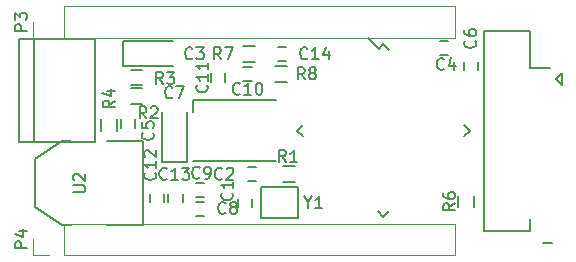
<source format=gbr>
G04 #@! TF.FileFunction,Legend,Top*
%FSLAX46Y46*%
G04 Gerber Fmt 4.6, Leading zero omitted, Abs format (unit mm)*
G04 Created by KiCad (PCBNEW 4.0.7-e2-6376~61~ubuntu18.04.1) date Sun Sep 30 15:28:24 2018*
%MOMM*%
%LPD*%
G01*
G04 APERTURE LIST*
%ADD10C,0.100000*%
%ADD11C,0.150000*%
%ADD12C,0.120000*%
G04 APERTURE END LIST*
D10*
D11*
X93119048Y-69971429D02*
X93880953Y-69971429D01*
X79600000Y-53181445D02*
X79193414Y-53588031D01*
X86918555Y-60500000D02*
X86441258Y-60977297D01*
X79600000Y-67818555D02*
X80077297Y-67341258D01*
X72281445Y-60500000D02*
X72758742Y-60022703D01*
X79600000Y-53181445D02*
X80077297Y-53658742D01*
X72281445Y-60500000D02*
X72758742Y-60977297D01*
X79600000Y-67818555D02*
X79122703Y-67341258D01*
X86918555Y-60500000D02*
X86441258Y-60022703D01*
X79193414Y-53588031D02*
X78291852Y-52686470D01*
X48782540Y-52749100D02*
X48782540Y-61449100D01*
X55187540Y-52749100D02*
X55187540Y-61449100D01*
X55187540Y-61449100D02*
X48782540Y-61449100D01*
X50012540Y-61449100D02*
X50012540Y-52749100D01*
X48782540Y-52749100D02*
X55187540Y-52749100D01*
X70500000Y-63100000D02*
X63500000Y-63100000D01*
X70500000Y-57900000D02*
X63500000Y-57900000D01*
X63500000Y-57900000D02*
X63500000Y-58900000D01*
X93700000Y-55225000D02*
X92000000Y-55225000D01*
X92000000Y-55225000D02*
X92000000Y-52025000D01*
X92000000Y-52025000D02*
X88100000Y-52025000D01*
X88100000Y-52025000D02*
X88100000Y-68975000D01*
X88100000Y-68975000D02*
X92000000Y-68975000D01*
X92000000Y-68975000D02*
X92000000Y-67975000D01*
X94200000Y-56125000D02*
X94700000Y-55625000D01*
X94700000Y-55625000D02*
X94700000Y-56625000D01*
X94700000Y-56625000D02*
X94200000Y-56125000D01*
X56174000Y-68506000D02*
X59222000Y-68506000D01*
X59222000Y-68506000D02*
X59222000Y-61394000D01*
X59222000Y-61394000D02*
X56174000Y-61394000D01*
X53126000Y-68506000D02*
X52364000Y-68506000D01*
X52364000Y-68506000D02*
X50078000Y-66982000D01*
X50078000Y-66982000D02*
X50078000Y-62918000D01*
X50078000Y-62918000D02*
X52364000Y-61394000D01*
X52364000Y-61394000D02*
X53126000Y-61394000D01*
X67300000Y-66950000D02*
X67300000Y-66250000D01*
X68500000Y-66250000D02*
X68500000Y-66950000D01*
X68850000Y-64800000D02*
X68150000Y-64800000D01*
X68150000Y-63600000D02*
X68850000Y-63600000D01*
X57550000Y-52950000D02*
X61800000Y-52950000D01*
X57550000Y-55050000D02*
X61800000Y-55050000D01*
X57550000Y-52950000D02*
X57550000Y-55050000D01*
X85050000Y-54100000D02*
X84350000Y-54100000D01*
X84350000Y-52900000D02*
X85050000Y-52900000D01*
X58600000Y-59550000D02*
X58600000Y-60250000D01*
X57400000Y-60250000D02*
X57400000Y-59550000D01*
X87600000Y-54650000D02*
X87600000Y-55350000D01*
X86400000Y-55350000D02*
X86400000Y-54650000D01*
X60850000Y-63150000D02*
X60850000Y-58900000D01*
X62950000Y-63150000D02*
X62950000Y-58900000D01*
X60850000Y-63150000D02*
X62950000Y-63150000D01*
X63750000Y-66500000D02*
X64450000Y-66500000D01*
X64450000Y-67700000D02*
X63750000Y-67700000D01*
X64450000Y-66100000D02*
X63750000Y-66100000D01*
X63750000Y-64900000D02*
X64450000Y-64900000D01*
X67750000Y-55100000D02*
X68450000Y-55100000D01*
X68450000Y-56300000D02*
X67750000Y-56300000D01*
X65000000Y-56350000D02*
X65000000Y-55650000D01*
X66200000Y-55650000D02*
X66200000Y-56350000D01*
X61000000Y-65850000D02*
X61000000Y-66550000D01*
X59800000Y-66550000D02*
X59800000Y-65850000D01*
X62600000Y-65850000D02*
X62600000Y-66550000D01*
X61400000Y-66550000D02*
X61400000Y-65850000D01*
X70650000Y-53400000D02*
X71350000Y-53400000D01*
X71350000Y-54600000D02*
X70650000Y-54600000D01*
X72100000Y-64875000D02*
X71100000Y-64875000D01*
X71100000Y-63525000D02*
X72100000Y-63525000D01*
X58200000Y-56925000D02*
X59200000Y-56925000D01*
X59200000Y-58275000D02*
X58200000Y-58275000D01*
X58200000Y-55325000D02*
X59200000Y-55325000D01*
X59200000Y-56675000D02*
X58200000Y-56675000D01*
X55725000Y-60500000D02*
X55725000Y-59500000D01*
X57075000Y-59500000D02*
X57075000Y-60500000D01*
X87275000Y-66000000D02*
X87275000Y-67000000D01*
X85925000Y-67000000D02*
X85925000Y-66000000D01*
X68700000Y-54675000D02*
X67700000Y-54675000D01*
X67700000Y-53325000D02*
X68700000Y-53325000D01*
X71400000Y-56375000D02*
X70400000Y-56375000D01*
X70400000Y-55025000D02*
X71400000Y-55025000D01*
X72400000Y-67900000D02*
X69200000Y-67900000D01*
X69200000Y-67900000D02*
X69200000Y-65300000D01*
X69200000Y-65300000D02*
X72400000Y-65300000D01*
X72400000Y-65300000D02*
X72400000Y-67900000D01*
D12*
X85650000Y-52630000D02*
X85650000Y-49970000D01*
X52570000Y-52630000D02*
X85650000Y-52630000D01*
X52570000Y-49970000D02*
X85650000Y-49970000D01*
X52570000Y-52630000D02*
X52570000Y-49970000D01*
X51300000Y-52630000D02*
X49970000Y-52630000D01*
X49970000Y-52630000D02*
X49970000Y-51300000D01*
X85650000Y-71030000D02*
X85650000Y-68370000D01*
X52570000Y-71030000D02*
X85650000Y-71030000D01*
X52570000Y-68370000D02*
X85650000Y-68370000D01*
X52570000Y-71030000D02*
X52570000Y-68370000D01*
X51300000Y-71030000D02*
X49970000Y-71030000D01*
X49970000Y-71030000D02*
X49970000Y-69700000D01*
D11*
X53340381Y-65711905D02*
X54149905Y-65711905D01*
X54245143Y-65664286D01*
X54292762Y-65616667D01*
X54340381Y-65521429D01*
X54340381Y-65330952D01*
X54292762Y-65235714D01*
X54245143Y-65188095D01*
X54149905Y-65140476D01*
X53340381Y-65140476D01*
X53435619Y-64711905D02*
X53388000Y-64664286D01*
X53340381Y-64569048D01*
X53340381Y-64330952D01*
X53388000Y-64235714D01*
X53435619Y-64188095D01*
X53530857Y-64140476D01*
X53626095Y-64140476D01*
X53768952Y-64188095D01*
X54340381Y-64759524D01*
X54340381Y-64140476D01*
X66757143Y-65766666D02*
X66804762Y-65814285D01*
X66852381Y-65957142D01*
X66852381Y-66052380D01*
X66804762Y-66195238D01*
X66709524Y-66290476D01*
X66614286Y-66338095D01*
X66423810Y-66385714D01*
X66280952Y-66385714D01*
X66090476Y-66338095D01*
X65995238Y-66290476D01*
X65900000Y-66195238D01*
X65852381Y-66052380D01*
X65852381Y-65957142D01*
X65900000Y-65814285D01*
X65947619Y-65766666D01*
X66852381Y-64814285D02*
X66852381Y-65385714D01*
X66852381Y-65100000D02*
X65852381Y-65100000D01*
X65995238Y-65195238D01*
X66090476Y-65290476D01*
X66138095Y-65385714D01*
X65933334Y-64557143D02*
X65885715Y-64604762D01*
X65742858Y-64652381D01*
X65647620Y-64652381D01*
X65504762Y-64604762D01*
X65409524Y-64509524D01*
X65361905Y-64414286D01*
X65314286Y-64223810D01*
X65314286Y-64080952D01*
X65361905Y-63890476D01*
X65409524Y-63795238D01*
X65504762Y-63700000D01*
X65647620Y-63652381D01*
X65742858Y-63652381D01*
X65885715Y-63700000D01*
X65933334Y-63747619D01*
X66314286Y-63747619D02*
X66361905Y-63700000D01*
X66457143Y-63652381D01*
X66695239Y-63652381D01*
X66790477Y-63700000D01*
X66838096Y-63747619D01*
X66885715Y-63842857D01*
X66885715Y-63938095D01*
X66838096Y-64080952D01*
X66266667Y-64652381D01*
X66885715Y-64652381D01*
X63433334Y-54357143D02*
X63385715Y-54404762D01*
X63242858Y-54452381D01*
X63147620Y-54452381D01*
X63004762Y-54404762D01*
X62909524Y-54309524D01*
X62861905Y-54214286D01*
X62814286Y-54023810D01*
X62814286Y-53880952D01*
X62861905Y-53690476D01*
X62909524Y-53595238D01*
X63004762Y-53500000D01*
X63147620Y-53452381D01*
X63242858Y-53452381D01*
X63385715Y-53500000D01*
X63433334Y-53547619D01*
X63766667Y-53452381D02*
X64385715Y-53452381D01*
X64052381Y-53833333D01*
X64195239Y-53833333D01*
X64290477Y-53880952D01*
X64338096Y-53928571D01*
X64385715Y-54023810D01*
X64385715Y-54261905D01*
X64338096Y-54357143D01*
X64290477Y-54404762D01*
X64195239Y-54452381D01*
X63909524Y-54452381D01*
X63814286Y-54404762D01*
X63766667Y-54357143D01*
X84733334Y-55257143D02*
X84685715Y-55304762D01*
X84542858Y-55352381D01*
X84447620Y-55352381D01*
X84304762Y-55304762D01*
X84209524Y-55209524D01*
X84161905Y-55114286D01*
X84114286Y-54923810D01*
X84114286Y-54780952D01*
X84161905Y-54590476D01*
X84209524Y-54495238D01*
X84304762Y-54400000D01*
X84447620Y-54352381D01*
X84542858Y-54352381D01*
X84685715Y-54400000D01*
X84733334Y-54447619D01*
X85590477Y-54685714D02*
X85590477Y-55352381D01*
X85352381Y-54304762D02*
X85114286Y-55019048D01*
X85733334Y-55019048D01*
X60057143Y-60666666D02*
X60104762Y-60714285D01*
X60152381Y-60857142D01*
X60152381Y-60952380D01*
X60104762Y-61095238D01*
X60009524Y-61190476D01*
X59914286Y-61238095D01*
X59723810Y-61285714D01*
X59580952Y-61285714D01*
X59390476Y-61238095D01*
X59295238Y-61190476D01*
X59200000Y-61095238D01*
X59152381Y-60952380D01*
X59152381Y-60857142D01*
X59200000Y-60714285D01*
X59247619Y-60666666D01*
X59152381Y-59761904D02*
X59152381Y-60238095D01*
X59628571Y-60285714D01*
X59580952Y-60238095D01*
X59533333Y-60142857D01*
X59533333Y-59904761D01*
X59580952Y-59809523D01*
X59628571Y-59761904D01*
X59723810Y-59714285D01*
X59961905Y-59714285D01*
X60057143Y-59761904D01*
X60104762Y-59809523D01*
X60152381Y-59904761D01*
X60152381Y-60142857D01*
X60104762Y-60238095D01*
X60057143Y-60285714D01*
X87357143Y-52866666D02*
X87404762Y-52914285D01*
X87452381Y-53057142D01*
X87452381Y-53152380D01*
X87404762Y-53295238D01*
X87309524Y-53390476D01*
X87214286Y-53438095D01*
X87023810Y-53485714D01*
X86880952Y-53485714D01*
X86690476Y-53438095D01*
X86595238Y-53390476D01*
X86500000Y-53295238D01*
X86452381Y-53152380D01*
X86452381Y-53057142D01*
X86500000Y-52914285D01*
X86547619Y-52866666D01*
X86452381Y-52009523D02*
X86452381Y-52200000D01*
X86500000Y-52295238D01*
X86547619Y-52342857D01*
X86690476Y-52438095D01*
X86880952Y-52485714D01*
X87261905Y-52485714D01*
X87357143Y-52438095D01*
X87404762Y-52390476D01*
X87452381Y-52295238D01*
X87452381Y-52104761D01*
X87404762Y-52009523D01*
X87357143Y-51961904D01*
X87261905Y-51914285D01*
X87023810Y-51914285D01*
X86928571Y-51961904D01*
X86880952Y-52009523D01*
X86833333Y-52104761D01*
X86833333Y-52295238D01*
X86880952Y-52390476D01*
X86928571Y-52438095D01*
X87023810Y-52485714D01*
X61733334Y-57657143D02*
X61685715Y-57704762D01*
X61542858Y-57752381D01*
X61447620Y-57752381D01*
X61304762Y-57704762D01*
X61209524Y-57609524D01*
X61161905Y-57514286D01*
X61114286Y-57323810D01*
X61114286Y-57180952D01*
X61161905Y-56990476D01*
X61209524Y-56895238D01*
X61304762Y-56800000D01*
X61447620Y-56752381D01*
X61542858Y-56752381D01*
X61685715Y-56800000D01*
X61733334Y-56847619D01*
X62066667Y-56752381D02*
X62733334Y-56752381D01*
X62304762Y-57752381D01*
X66233334Y-67457143D02*
X66185715Y-67504762D01*
X66042858Y-67552381D01*
X65947620Y-67552381D01*
X65804762Y-67504762D01*
X65709524Y-67409524D01*
X65661905Y-67314286D01*
X65614286Y-67123810D01*
X65614286Y-66980952D01*
X65661905Y-66790476D01*
X65709524Y-66695238D01*
X65804762Y-66600000D01*
X65947620Y-66552381D01*
X66042858Y-66552381D01*
X66185715Y-66600000D01*
X66233334Y-66647619D01*
X66804762Y-66980952D02*
X66709524Y-66933333D01*
X66661905Y-66885714D01*
X66614286Y-66790476D01*
X66614286Y-66742857D01*
X66661905Y-66647619D01*
X66709524Y-66600000D01*
X66804762Y-66552381D01*
X66995239Y-66552381D01*
X67090477Y-66600000D01*
X67138096Y-66647619D01*
X67185715Y-66742857D01*
X67185715Y-66790476D01*
X67138096Y-66885714D01*
X67090477Y-66933333D01*
X66995239Y-66980952D01*
X66804762Y-66980952D01*
X66709524Y-67028571D01*
X66661905Y-67076190D01*
X66614286Y-67171429D01*
X66614286Y-67361905D01*
X66661905Y-67457143D01*
X66709524Y-67504762D01*
X66804762Y-67552381D01*
X66995239Y-67552381D01*
X67090477Y-67504762D01*
X67138096Y-67457143D01*
X67185715Y-67361905D01*
X67185715Y-67171429D01*
X67138096Y-67076190D01*
X67090477Y-67028571D01*
X66995239Y-66980952D01*
X64033334Y-64457143D02*
X63985715Y-64504762D01*
X63842858Y-64552381D01*
X63747620Y-64552381D01*
X63604762Y-64504762D01*
X63509524Y-64409524D01*
X63461905Y-64314286D01*
X63414286Y-64123810D01*
X63414286Y-63980952D01*
X63461905Y-63790476D01*
X63509524Y-63695238D01*
X63604762Y-63600000D01*
X63747620Y-63552381D01*
X63842858Y-63552381D01*
X63985715Y-63600000D01*
X64033334Y-63647619D01*
X64509524Y-64552381D02*
X64700000Y-64552381D01*
X64795239Y-64504762D01*
X64842858Y-64457143D01*
X64938096Y-64314286D01*
X64985715Y-64123810D01*
X64985715Y-63742857D01*
X64938096Y-63647619D01*
X64890477Y-63600000D01*
X64795239Y-63552381D01*
X64604762Y-63552381D01*
X64509524Y-63600000D01*
X64461905Y-63647619D01*
X64414286Y-63742857D01*
X64414286Y-63980952D01*
X64461905Y-64076190D01*
X64509524Y-64123810D01*
X64604762Y-64171429D01*
X64795239Y-64171429D01*
X64890477Y-64123810D01*
X64938096Y-64076190D01*
X64985715Y-63980952D01*
X67457143Y-57357143D02*
X67409524Y-57404762D01*
X67266667Y-57452381D01*
X67171429Y-57452381D01*
X67028571Y-57404762D01*
X66933333Y-57309524D01*
X66885714Y-57214286D01*
X66838095Y-57023810D01*
X66838095Y-56880952D01*
X66885714Y-56690476D01*
X66933333Y-56595238D01*
X67028571Y-56500000D01*
X67171429Y-56452381D01*
X67266667Y-56452381D01*
X67409524Y-56500000D01*
X67457143Y-56547619D01*
X68409524Y-57452381D02*
X67838095Y-57452381D01*
X68123809Y-57452381D02*
X68123809Y-56452381D01*
X68028571Y-56595238D01*
X67933333Y-56690476D01*
X67838095Y-56738095D01*
X69028571Y-56452381D02*
X69123810Y-56452381D01*
X69219048Y-56500000D01*
X69266667Y-56547619D01*
X69314286Y-56642857D01*
X69361905Y-56833333D01*
X69361905Y-57071429D01*
X69314286Y-57261905D01*
X69266667Y-57357143D01*
X69219048Y-57404762D01*
X69123810Y-57452381D01*
X69028571Y-57452381D01*
X68933333Y-57404762D01*
X68885714Y-57357143D01*
X68838095Y-57261905D01*
X68790476Y-57071429D01*
X68790476Y-56833333D01*
X68838095Y-56642857D01*
X68885714Y-56547619D01*
X68933333Y-56500000D01*
X69028571Y-56452381D01*
X64657143Y-56642857D02*
X64704762Y-56690476D01*
X64752381Y-56833333D01*
X64752381Y-56928571D01*
X64704762Y-57071429D01*
X64609524Y-57166667D01*
X64514286Y-57214286D01*
X64323810Y-57261905D01*
X64180952Y-57261905D01*
X63990476Y-57214286D01*
X63895238Y-57166667D01*
X63800000Y-57071429D01*
X63752381Y-56928571D01*
X63752381Y-56833333D01*
X63800000Y-56690476D01*
X63847619Y-56642857D01*
X64752381Y-55690476D02*
X64752381Y-56261905D01*
X64752381Y-55976191D02*
X63752381Y-55976191D01*
X63895238Y-56071429D01*
X63990476Y-56166667D01*
X64038095Y-56261905D01*
X64752381Y-54738095D02*
X64752381Y-55309524D01*
X64752381Y-55023810D02*
X63752381Y-55023810D01*
X63895238Y-55119048D01*
X63990476Y-55214286D01*
X64038095Y-55309524D01*
X60257143Y-64042857D02*
X60304762Y-64090476D01*
X60352381Y-64233333D01*
X60352381Y-64328571D01*
X60304762Y-64471429D01*
X60209524Y-64566667D01*
X60114286Y-64614286D01*
X59923810Y-64661905D01*
X59780952Y-64661905D01*
X59590476Y-64614286D01*
X59495238Y-64566667D01*
X59400000Y-64471429D01*
X59352381Y-64328571D01*
X59352381Y-64233333D01*
X59400000Y-64090476D01*
X59447619Y-64042857D01*
X60352381Y-63090476D02*
X60352381Y-63661905D01*
X60352381Y-63376191D02*
X59352381Y-63376191D01*
X59495238Y-63471429D01*
X59590476Y-63566667D01*
X59638095Y-63661905D01*
X59447619Y-62709524D02*
X59400000Y-62661905D01*
X59352381Y-62566667D01*
X59352381Y-62328571D01*
X59400000Y-62233333D01*
X59447619Y-62185714D01*
X59542857Y-62138095D01*
X59638095Y-62138095D01*
X59780952Y-62185714D01*
X60352381Y-62757143D01*
X60352381Y-62138095D01*
X61257143Y-64557143D02*
X61209524Y-64604762D01*
X61066667Y-64652381D01*
X60971429Y-64652381D01*
X60828571Y-64604762D01*
X60733333Y-64509524D01*
X60685714Y-64414286D01*
X60638095Y-64223810D01*
X60638095Y-64080952D01*
X60685714Y-63890476D01*
X60733333Y-63795238D01*
X60828571Y-63700000D01*
X60971429Y-63652381D01*
X61066667Y-63652381D01*
X61209524Y-63700000D01*
X61257143Y-63747619D01*
X62209524Y-64652381D02*
X61638095Y-64652381D01*
X61923809Y-64652381D02*
X61923809Y-63652381D01*
X61828571Y-63795238D01*
X61733333Y-63890476D01*
X61638095Y-63938095D01*
X62542857Y-63652381D02*
X63161905Y-63652381D01*
X62828571Y-64033333D01*
X62971429Y-64033333D01*
X63066667Y-64080952D01*
X63114286Y-64128571D01*
X63161905Y-64223810D01*
X63161905Y-64461905D01*
X63114286Y-64557143D01*
X63066667Y-64604762D01*
X62971429Y-64652381D01*
X62685714Y-64652381D01*
X62590476Y-64604762D01*
X62542857Y-64557143D01*
X73157143Y-54357143D02*
X73109524Y-54404762D01*
X72966667Y-54452381D01*
X72871429Y-54452381D01*
X72728571Y-54404762D01*
X72633333Y-54309524D01*
X72585714Y-54214286D01*
X72538095Y-54023810D01*
X72538095Y-53880952D01*
X72585714Y-53690476D01*
X72633333Y-53595238D01*
X72728571Y-53500000D01*
X72871429Y-53452381D01*
X72966667Y-53452381D01*
X73109524Y-53500000D01*
X73157143Y-53547619D01*
X74109524Y-54452381D02*
X73538095Y-54452381D01*
X73823809Y-54452381D02*
X73823809Y-53452381D01*
X73728571Y-53595238D01*
X73633333Y-53690476D01*
X73538095Y-53738095D01*
X74966667Y-53785714D02*
X74966667Y-54452381D01*
X74728571Y-53404762D02*
X74490476Y-54119048D01*
X75109524Y-54119048D01*
X71333334Y-63152381D02*
X71000000Y-62676190D01*
X70761905Y-63152381D02*
X70761905Y-62152381D01*
X71142858Y-62152381D01*
X71238096Y-62200000D01*
X71285715Y-62247619D01*
X71333334Y-62342857D01*
X71333334Y-62485714D01*
X71285715Y-62580952D01*
X71238096Y-62628571D01*
X71142858Y-62676190D01*
X70761905Y-62676190D01*
X72285715Y-63152381D02*
X71714286Y-63152381D01*
X72000000Y-63152381D02*
X72000000Y-62152381D01*
X71904762Y-62295238D01*
X71809524Y-62390476D01*
X71714286Y-62438095D01*
X59533334Y-59452381D02*
X59200000Y-58976190D01*
X58961905Y-59452381D02*
X58961905Y-58452381D01*
X59342858Y-58452381D01*
X59438096Y-58500000D01*
X59485715Y-58547619D01*
X59533334Y-58642857D01*
X59533334Y-58785714D01*
X59485715Y-58880952D01*
X59438096Y-58928571D01*
X59342858Y-58976190D01*
X58961905Y-58976190D01*
X59914286Y-58547619D02*
X59961905Y-58500000D01*
X60057143Y-58452381D01*
X60295239Y-58452381D01*
X60390477Y-58500000D01*
X60438096Y-58547619D01*
X60485715Y-58642857D01*
X60485715Y-58738095D01*
X60438096Y-58880952D01*
X59866667Y-59452381D01*
X60485715Y-59452381D01*
X60933334Y-56552381D02*
X60600000Y-56076190D01*
X60361905Y-56552381D02*
X60361905Y-55552381D01*
X60742858Y-55552381D01*
X60838096Y-55600000D01*
X60885715Y-55647619D01*
X60933334Y-55742857D01*
X60933334Y-55885714D01*
X60885715Y-55980952D01*
X60838096Y-56028571D01*
X60742858Y-56076190D01*
X60361905Y-56076190D01*
X61266667Y-55552381D02*
X61885715Y-55552381D01*
X61552381Y-55933333D01*
X61695239Y-55933333D01*
X61790477Y-55980952D01*
X61838096Y-56028571D01*
X61885715Y-56123810D01*
X61885715Y-56361905D01*
X61838096Y-56457143D01*
X61790477Y-56504762D01*
X61695239Y-56552381D01*
X61409524Y-56552381D01*
X61314286Y-56504762D01*
X61266667Y-56457143D01*
X56852381Y-57966666D02*
X56376190Y-58300000D01*
X56852381Y-58538095D02*
X55852381Y-58538095D01*
X55852381Y-58157142D01*
X55900000Y-58061904D01*
X55947619Y-58014285D01*
X56042857Y-57966666D01*
X56185714Y-57966666D01*
X56280952Y-58014285D01*
X56328571Y-58061904D01*
X56376190Y-58157142D01*
X56376190Y-58538095D01*
X56185714Y-57109523D02*
X56852381Y-57109523D01*
X55804762Y-57347619D02*
X56519048Y-57585714D01*
X56519048Y-56966666D01*
X85652381Y-66666666D02*
X85176190Y-67000000D01*
X85652381Y-67238095D02*
X84652381Y-67238095D01*
X84652381Y-66857142D01*
X84700000Y-66761904D01*
X84747619Y-66714285D01*
X84842857Y-66666666D01*
X84985714Y-66666666D01*
X85080952Y-66714285D01*
X85128571Y-66761904D01*
X85176190Y-66857142D01*
X85176190Y-67238095D01*
X84652381Y-65809523D02*
X84652381Y-66000000D01*
X84700000Y-66095238D01*
X84747619Y-66142857D01*
X84890476Y-66238095D01*
X85080952Y-66285714D01*
X85461905Y-66285714D01*
X85557143Y-66238095D01*
X85604762Y-66190476D01*
X85652381Y-66095238D01*
X85652381Y-65904761D01*
X85604762Y-65809523D01*
X85557143Y-65761904D01*
X85461905Y-65714285D01*
X85223810Y-65714285D01*
X85128571Y-65761904D01*
X85080952Y-65809523D01*
X85033333Y-65904761D01*
X85033333Y-66095238D01*
X85080952Y-66190476D01*
X85128571Y-66238095D01*
X85223810Y-66285714D01*
X65833334Y-54452381D02*
X65500000Y-53976190D01*
X65261905Y-54452381D02*
X65261905Y-53452381D01*
X65642858Y-53452381D01*
X65738096Y-53500000D01*
X65785715Y-53547619D01*
X65833334Y-53642857D01*
X65833334Y-53785714D01*
X65785715Y-53880952D01*
X65738096Y-53928571D01*
X65642858Y-53976190D01*
X65261905Y-53976190D01*
X66166667Y-53452381D02*
X66833334Y-53452381D01*
X66404762Y-54452381D01*
X72933334Y-56152381D02*
X72600000Y-55676190D01*
X72361905Y-56152381D02*
X72361905Y-55152381D01*
X72742858Y-55152381D01*
X72838096Y-55200000D01*
X72885715Y-55247619D01*
X72933334Y-55342857D01*
X72933334Y-55485714D01*
X72885715Y-55580952D01*
X72838096Y-55628571D01*
X72742858Y-55676190D01*
X72361905Y-55676190D01*
X73504762Y-55580952D02*
X73409524Y-55533333D01*
X73361905Y-55485714D01*
X73314286Y-55390476D01*
X73314286Y-55342857D01*
X73361905Y-55247619D01*
X73409524Y-55200000D01*
X73504762Y-55152381D01*
X73695239Y-55152381D01*
X73790477Y-55200000D01*
X73838096Y-55247619D01*
X73885715Y-55342857D01*
X73885715Y-55390476D01*
X73838096Y-55485714D01*
X73790477Y-55533333D01*
X73695239Y-55580952D01*
X73504762Y-55580952D01*
X73409524Y-55628571D01*
X73361905Y-55676190D01*
X73314286Y-55771429D01*
X73314286Y-55961905D01*
X73361905Y-56057143D01*
X73409524Y-56104762D01*
X73504762Y-56152381D01*
X73695239Y-56152381D01*
X73790477Y-56104762D01*
X73838096Y-56057143D01*
X73885715Y-55961905D01*
X73885715Y-55771429D01*
X73838096Y-55676190D01*
X73790477Y-55628571D01*
X73695239Y-55580952D01*
X73223809Y-66576190D02*
X73223809Y-67052381D01*
X72890476Y-66052381D02*
X73223809Y-66576190D01*
X73557143Y-66052381D01*
X74414286Y-67052381D02*
X73842857Y-67052381D01*
X74128571Y-67052381D02*
X74128571Y-66052381D01*
X74033333Y-66195238D01*
X73938095Y-66290476D01*
X73842857Y-66338095D01*
X49422381Y-52038095D02*
X48422381Y-52038095D01*
X48422381Y-51657142D01*
X48470000Y-51561904D01*
X48517619Y-51514285D01*
X48612857Y-51466666D01*
X48755714Y-51466666D01*
X48850952Y-51514285D01*
X48898571Y-51561904D01*
X48946190Y-51657142D01*
X48946190Y-52038095D01*
X48422381Y-51133333D02*
X48422381Y-50514285D01*
X48803333Y-50847619D01*
X48803333Y-50704761D01*
X48850952Y-50609523D01*
X48898571Y-50561904D01*
X48993810Y-50514285D01*
X49231905Y-50514285D01*
X49327143Y-50561904D01*
X49374762Y-50609523D01*
X49422381Y-50704761D01*
X49422381Y-50990476D01*
X49374762Y-51085714D01*
X49327143Y-51133333D01*
X49422381Y-70438095D02*
X48422381Y-70438095D01*
X48422381Y-70057142D01*
X48470000Y-69961904D01*
X48517619Y-69914285D01*
X48612857Y-69866666D01*
X48755714Y-69866666D01*
X48850952Y-69914285D01*
X48898571Y-69961904D01*
X48946190Y-70057142D01*
X48946190Y-70438095D01*
X48755714Y-69009523D02*
X49422381Y-69009523D01*
X48374762Y-69247619D02*
X49089048Y-69485714D01*
X49089048Y-68866666D01*
M02*

</source>
